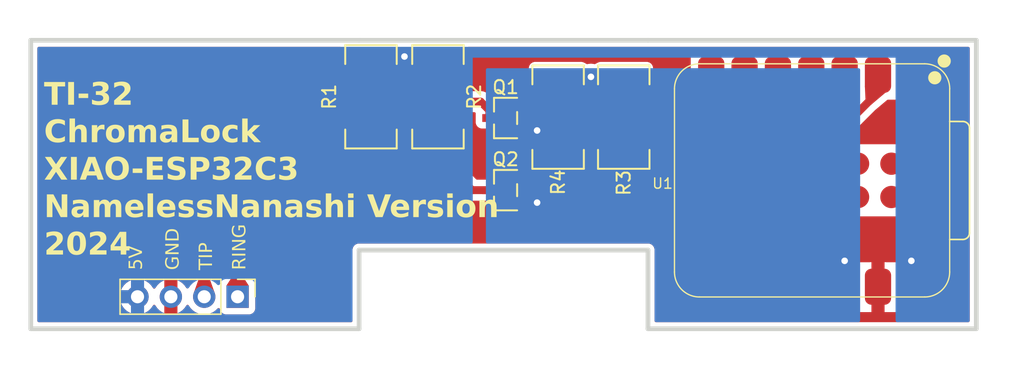
<source format=kicad_pcb>
(kicad_pcb (version 20240108) (generator "pcbnew") (generator_version "8.0")
  (layers (0 "F.Cu" signal) (31 "B.Cu" signal) (34 "B.Paste" user) (35 "F.Paste" user) (36 "B.SilkS" user "B.Silkscreen") (37 "F.SilkS" user "F.Silkscreen") (38 "B.Mask" user) (39 "F.Mask" user) (44 "Edge.Cuts" user))
  (net 0 "")
  (net 1 "RING")
  (net 2 "TIP")
  (net 3 "RING_GPIO")
  (net 4 "TIP_GPIO")
  (net 5 "+5V")
  (net 6 "+3.3V")
  (net 7 "GND")
  (footprint "easyeda2kicad:SOT-23-3_L2.9-W1.6-P1.90-LS2.8-BR" (layer "F.Cu") (at 121.5 58)
    (property "Reference" "Q1" (at 0 -2.35 0) (layer "F.SilkS"))
    (property "Value" "MMBF170")
    (fp_line (start -0.88 -1.54) (end -0.88 -0.49) (stroke (width 0.15)) (layer "F.SilkS"))
    (fp_line (start -0.88 1.54) (end -0.88 0.49) (stroke (width 0.15)) (layer "F.SilkS"))
    (fp_line (start 0.88 -1.54) (end -0.88 -1.54) (stroke (width 0.15)) (layer "F.SilkS"))
    (fp_line (start 0.88 -0.46) (end 0.88 0.46) (stroke (width 0.15)) (layer "F.SilkS"))
    (fp_line (start 0.88 1.54) (end -0.88 1.54) (stroke (width 0.15)) (layer "F.SilkS"))
    (pad "1" smd rect (at 1.24 0.95) (size 1.07 0.6) (layers "F.Cu" "F.Paste" "F.Mask") (net 6 "+3.3V"))
    (pad "2" smd rect (at 1.24 -0.95) (size 1.07 0.6) (layers "F.Cu" "F.Paste" "F.Mask") (net 4 "TIP_GPIO"))
    (pad "3" smd rect (at -1.24 0) (size 1.07 0.6) (layers "F.Cu" "F.Paste" "F.Mask") (net 2 "TIP"))
  )
  (footprint "Connector_PinHeader_2.54mm:PinHeader_1x04_P2.54mm_Vertical" (layer "F.Cu") (at 101.092 71.628 -90)
    (property "Reference" "J1" (hide yes))
    (property "Value" "Conn_01x04" (hide yes))
    (fp_line (start -1.33 8.95) (end 1.33 8.95) (stroke (width 0.12)) (layer "F.SilkS"))
    (fp_line (start -1.33 1.27) (end -1.33 8.95) (stroke (width 0.12)) (layer "F.SilkS"))
    (fp_line (start -1.33 1.27) (end 1.33 1.27) (stroke (width 0.12)) (layer "F.SilkS"))
    (fp_line (start 1.33 1.27) (end 1.33 8.95) (stroke (width 0.12)) (layer "F.SilkS"))
    (fp_line (start -1.33 0) (end -1.33 -1.33) (stroke (width 0.12)) (layer "F.SilkS"))
    (fp_line (start -1.33 -1.33) (end 0 -1.33) (stroke (width 0.12)) (layer "F.SilkS"))
    (pad "1" thru_hole rect (at 0 0 270) (size 1.7 1.7) (drill 1) (layers "*.Cu" "*.Mask") (net 1 "RING"))
    (pad "2" thru_hole oval (at 0 2.54 270) (size 1.7 1.7) (drill 1) (layers "*.Cu" "*.Mask") (net 2 "TIP"))
    (pad "3" thru_hole oval (at 0 5.08 270) (size 1.7 1.7) (drill 1) (layers "*.Cu" "*.Mask") (net 7 "GND"))
    (pad "4" thru_hole oval (at 0 7.62 270) (size 1.7 1.7) (drill 1) (layers "*.Cu" "*.Mask") (net 5 "+5V"))
  )
  (footprint "easyeda2kicad:R2512" (layer "F.Cu") (at 125.5 57.93 90)
    (property "Reference" "R4" (at -4.97 0 90) (layer "F.SilkS"))
    (property "Value" "FRC2512F1001TS")
    (fp_line (start 3.94 -1.96) (end 2.5 -1.96) (stroke (width 0.15)) (layer "F.SilkS"))
    (fp_line (start -3.94 -1.96) (end -2.5 -1.96) (stroke (width 0.15)) (layer "F.SilkS"))
    (fp_line (start 3.94 1.96) (end 3.94 -1.96) (stroke (width 0.15)) (layer "F.SilkS"))
    (fp_line (start 2.5 1.96) (end 3.94 1.96) (stroke (width 0.15)) (layer "F.SilkS"))
    (fp_line (start -2.5 1.96) (end -3.94 1.96) (stroke (width 0.15)) (layer "F.SilkS"))
    (fp_line (start -3.94 1.96) (end -3.94 -1.96) (stroke (width 0.15)) (layer "F.SilkS"))
    (pad "1" smd rect (at -3.07 0 90) (size 1.28 3.46) (layers "F.Cu" "F.Paste" "F.Mask") (net 3 "RING_GPIO"))
    (pad "2" smd rect (at 3.07 0 90) (size 1.28 3.46) (layers "F.Cu" "F.Paste" "F.Mask") (net 6 "+3.3V"))
  )
  (footprint "easyeda2kicad:R2512" (layer "F.Cu") (at 116.35 56.38 90)
    (property "Reference" "R2" (at 0 2.76 90) (layer "F.SilkS"))
    (property "Value" "FRC2512F1001TS")
    (fp_line (start 3.94 -1.96) (end 2.5 -1.96) (stroke (width 0.15)) (layer "F.SilkS"))
    (fp_line (start -3.94 -1.96) (end -2.5 -1.96) (stroke (width 0.15)) (layer "F.SilkS"))
    (fp_line (start 3.94 1.96) (end 3.94 -1.96) (stroke (width 0.15)) (layer "F.SilkS"))
    (fp_line (start 2.5 1.96) (end 3.94 1.96) (stroke (width 0.15)) (layer "F.SilkS"))
    (fp_line (start -2.5 1.96) (end -3.94 1.96) (stroke (width 0.15)) (layer "F.SilkS"))
    (fp_line (start -3.94 1.96) (end -3.94 -1.96) (stroke (width 0.15)) (layer "F.SilkS"))
    (pad "1" smd rect (at -3.07 0 90) (size 1.28 3.46) (layers "F.Cu" "F.Paste" "F.Mask") (net 1 "RING"))
    (pad "2" smd rect (at 3.07 0 90) (size 1.28 3.46) (layers "F.Cu" "F.Paste" "F.Mask") (net 5 "+5V"))
  )
  (footprint "Seeed_Studio_XIAO_Series:XIAO-ESP32-C6-SMD" (layer "F.Cu") (at 134.28 53.866 -90)
    (property "Reference" "U1" (at 9.584 1.68 180) (layer "F.SilkS") (effects (font (size 0.78232 0.78232) (thickness 0.10668)) (justify left bottom)))
    (property "Value" "XIAO-ESP32-S3-SMD")
    (fp_line (start 1.905 -0.082) (end 15.875 -0.082) (stroke (width 0.1)) (layer "F.SilkS"))
    (fp_line (start 0 -1.987) (end 0 -19.132) (stroke (width 0.1)) (layer "F.SilkS"))
    (fp_line (start 17.78 -1.987) (end 17.78 -19.132) (stroke (width 0.1)) (layer "F.SilkS"))
    (fp_line (start 4.395 -21.037) (end 4.398728 -22.047272) (stroke (width 0.127)) (layer "F.SilkS"))
    (fp_line (start 15.875 -21.037) (end 1.905 -21.037) (stroke (width 0.1)) (layer "F.SilkS"))
    (fp_line (start 13.394 -22.047) (end 13.394 -21.037) (stroke (width 0.127)) (layer "F.SilkS"))
    (fp_line (start 4.898728 -22.547) (end 12.894 -22.547) (stroke (width 0.127)) (layer "F.SilkS"))
    (fp_arc (start 1.905 -0.082) (mid 0.557962 -0.639962) (end 0 -1.987) (stroke (width 0.1)) (layer "F.SilkS"))
    (fp_arc (start 17.78 -1.987) (mid 17.222038 -0.639962) (end 15.875 -0.082) (stroke (width 0.1)) (layer "F.SilkS"))
    (fp_arc (start 0 -19.136) (mid 0.557962 -20.483038) (end 1.905 -21.041) (stroke (width 0.1)) (layer "F.SilkS"))
    (fp_arc (start 15.875 -21.037) (mid 17.222038 -20.479038) (end 17.78 -19.132) (stroke (width 0.1)) (layer "F.SilkS"))
    (fp_arc (start 4.398728 -22.047272) (mid 4.545276 -22.400644) (end 4.898728 -22.547) (stroke (width 0.127)) (layer "F.SilkS"))
    (fp_arc (start 12.894 -22.547) (mid 13.247553 -22.400553) (end 13.394 -22.047) (stroke (width 0.127)) (layer "F.SilkS"))
    (fp_circle (center 1.064 -19.904) (end 1.064 -20.158) (stroke (width 0.5)) (fill solid) (layer "F.SilkS"))
    (fp_circle (center -0.21 -20.621) (end -0.21 -20.875) (stroke (width 0.5)) (fill solid) (layer "F.SilkS"))
    (pad "1" smd roundrect (at 0.835 -18.12 270) (size 2.75 2) (layers "F.Cu" "F.Paste" "F.Mask"))
    (pad "2" smd roundrect (at 0.835 -15.58 270) (size 2.75 2) (layers "F.Cu" "F.Paste" "F.Mask") (net 4 "TIP_GPIO"))
    (pad "3" smd roundrect (at 0.835 -13.04 270) (size 2.75 2) (layers "F.Cu" "F.Paste" "F.Mask"))
    (pad "4" smd roundrect (at 0.835 -10.5 270) (size 2.75 2) (layers "F.Cu" "F.Paste" "F.Mask"))
    (pad "5" smd roundrect (at 0.835 -7.96 270) (size 2.75 2) (layers "F.Cu" "F.Paste" "F.Mask"))
    (pad "6" smd roundrect (at 0.835 -5.42 270) (size 2.75 2) (layers "F.Cu" "F.Paste" "F.Mask"))
    (pad "7" smd roundrect (at 0.835 -2.88 270) (size 2.75 2) (layers "F.Cu" "F.Paste" "F.Mask"))
    (pad "8" smd roundrect (at 17 -2.88 270) (size 2.75 2) (layers "F.Cu" "F.Paste" "F.Mask"))
    (pad "9" smd roundrect (at 17 -5.42 270) (size 2.75 2) (layers "F.Cu" "F.Paste" "F.Mask"))
    (pad "10" smd roundrect (at 17 -7.96 270) (size 2.75 2) (layers "F.Cu" "F.Paste" "F.Mask"))
    (pad "11" smd roundrect (at 17 -10.5 270) (size 2.75 2) (layers "F.Cu" "F.Paste" "F.Mask") (net 3 "RING_GPIO"))
    (pad "12" smd roundrect (at 17 -13.04 270) (size 2.75 2) (layers "F.Cu" "F.Paste" "F.Mask") (net 6 "+3.3V"))
    (pad "13" smd roundrect (at 17 -15.58 270) (size 2.75 2) (layers "F.Cu" "F.Paste" "F.Mask") (net 7 "GND"))
    (pad "14" smd roundrect (at 17 -18.12 270) (size 2.75 2) (layers "F.Cu" "F.Paste" "F.Mask") (net 5 "+5V"))
    (pad "15" smd roundrect (at 7.1086 -4.9683 180) (size 2.5 1.1) (layers "F.Cu" "F.Paste" "F.Mask"))
    (pad "16" smd roundrect (at 9.6486 -4.9683 180) (size 2.5 1.1) (layers "F.Cu" "F.Paste" "F.Mask"))
    (pad "17" smd circle (at 7.6166 -19.1415 270) (size 1.7 1.7) (layers "F.Cu" "F.Paste" "F.Mask"))
    (pad "18" smd circle (at 10.1566 -19.1415 270) (size 1.7 1.7) (layers "F.Cu" "F.Paste" "F.Mask"))
    (pad "19" smd circle (at 7.6166 -16.6015 270) (size 1.7 1.7) (layers "F.Cu" "F.Paste" "F.Mask"))
    (pad "20" smd circle (at 10.1566 -16.6015 270) (size 1.7 1.7) (layers "F.Cu" "F.Paste" "F.Mask"))
    (pad "21" smd circle (at 7.6166 -14.0615 270) (size 1.7 1.7) (layers "F.Cu" "F.Paste" "F.Mask"))
    (pad "22" smd circle (at 10.1566 -14.0615 270) (size 1.7 1.7) (layers "F.Cu" "F.Paste" "F.Mask"))
    (pad "23" smd circle (at 7.6166 -11.5215 270) (size 1.7 1.7) (layers "F.Cu" "F.Paste" "F.Mask"))
    (pad "24" smd circle (at 10.064 -11.5783 270) (size 1.7 1.7) (layers "F.Cu" "F.Paste" "F.Mask"))
  )
  (footprint "easyeda2kicad:R2512" (layer "F.Cu") (at 130.5 57.93 90)
    (property "Reference" "R3" (at -5.02 0 90) (layer "F.SilkS"))
    (property "Value" "FRC2512F1001TS")
    (fp_line (start 3.94 -1.96) (end 2.5 -1.96) (stroke (width 0.15)) (layer "F.SilkS"))
    (fp_line (start -3.94 -1.96) (end -2.5 -1.96) (stroke (width 0.15)) (layer "F.SilkS"))
    (fp_line (start 3.94 1.96) (end 3.94 -1.96) (stroke (width 0.15)) (layer "F.SilkS"))
    (fp_line (start 2.5 1.96) (end 3.94 1.96) (stroke (width 0.15)) (layer "F.SilkS"))
    (fp_line (start -2.5 1.96) (end -3.94 1.96) (stroke (width 0.15)) (layer "F.SilkS"))
    (fp_line (start -3.94 1.96) (end -3.94 -1.96) (stroke (width 0.15)) (layer "F.SilkS"))
    (pad "1" smd rect (at -3.07 0 90) (size 1.28 3.46) (layers "F.Cu" "F.Paste" "F.Mask") (net 4 "TIP_GPIO"))
    (pad "2" smd rect (at 3.07 0 90) (size 1.28 3.46) (layers "F.Cu" "F.Paste" "F.Mask") (net 6 "+3.3V"))
  )
  (footprint "easyeda2kicad:SOT-23-3_L2.9-W1.6-P1.90-LS2.8-BR" (layer "F.Cu") (at 121.5 63.5)
    (property "Reference" "Q2" (at 0 -2.35 0) (layer "F.SilkS"))
    (property "Value" "MMBF170")
    (fp_line (start -0.88 -1.54) (end -0.88 -0.49) (stroke (width 0.15)) (layer "F.SilkS"))
    (fp_line (start -0.88 1.54) (end -0.88 0.49) (stroke (width 0.15)) (layer "F.SilkS"))
    (fp_line (start 0.88 -1.54) (end -0.88 -1.54) (stroke (width 0.15)) (layer "F.SilkS"))
    (fp_line (start 0.88 -0.46) (end 0.88 0.46) (stroke (width 0.15)) (layer "F.SilkS"))
    (fp_line (start 0.88 1.54) (end -0.88 1.54) (stroke (width 0.15)) (layer "F.SilkS"))
    (pad "1" smd rect (at 1.24 0.95) (size 1.07 0.6) (layers "F.Cu" "F.Paste" "F.Mask") (net 6 "+3.3V"))
    (pad "2" smd rect (at 1.24 -0.95) (size 1.07 0.6) (layers "F.Cu" "F.Paste" "F.Mask") (net 3 "RING_GPIO"))
    (pad "3" smd rect (at -1.24 0) (size 1.07 0.6) (layers "F.Cu" "F.Paste" "F.Mask") (net 1 "RING"))
  )
  (footprint "easyeda2kicad:R2512" (layer "F.Cu") (at 111.25 56.38 90)
    (property "Reference" "R1" (at 0 -3.18 90) (layer "F.SilkS"))
    (property "Value" "FRC2512F1001TS")
    (fp_line (start 3.94 -1.96) (end 2.5 -1.96) (stroke (width 0.15)) (layer "F.SilkS"))
    (fp_line (start -3.94 -1.96) (end -2.5 -1.96) (stroke (width 0.15)) (layer "F.SilkS"))
    (fp_line (start 3.94 1.96) (end 3.94 -1.96) (stroke (width 0.15)) (layer "F.SilkS"))
    (fp_line (start 2.5 1.96) (end 3.94 1.96) (stroke (width 0.15)) (layer "F.SilkS"))
    (fp_line (start -2.5 1.96) (end -3.94 1.96) (stroke (width 0.15)) (layer "F.SilkS"))
    (fp_line (start -3.94 1.96) (end -3.94 -1.96) (stroke (width 0.15)) (layer "F.SilkS"))
    (pad "1" smd rect (at -3.07 0 90) (size 1.28 3.46) (layers "F.Cu" "F.Paste" "F.Mask") (net 2 "TIP"))
    (pad "2" smd rect (at 3.07 0 90) (size 1.28 3.46) (layers "F.Cu" "F.Paste" "F.Mask") (net 5 "+5V"))
  )
  (gr_line (start 110.344021 74.070204) (end 110.344021 68.070051) (stroke (width 0.35738)) (layer "Edge.Cuts"))
  (gr_line (start 132.344233 74.070204) (end 157.344263 74.070204) (stroke (width 0.35738)) (layer "Edge.Cuts"))
  (gr_line (start 157.344263 74.070204) (end 157.344263 52.07) (stroke (width 0.35738)) (layer "Edge.Cuts"))
  (gr_line (start 132.344233 68.070051) (end 132.344233 74.070204) (stroke (width 0.35738)) (layer "Edge.Cuts"))
  (gr_line (start 110.344013 52.07) (end 85.344 52.07) (stroke (width 0.35738)) (layer "Edge.Cuts"))
  (gr_line (start 85.344 52.07) (end 85.344 74.070204) (stroke (width 0.35738)) (layer "Edge.Cuts"))
  (gr_line (start 85.344 74.070204) (end 110.344021 74.070204) (stroke (width 0.35738)) (layer "Edge.Cuts"))
  (gr_line (start 132.344217 52.07) (end 110.344013 52.07) (stroke (width 0.35738)) (layer "Edge.Cuts"))
  (gr_line (start 157.344263 52.07) (end 132.344217 52.07) (stroke (width 0.35738)) (layer "Edge.Cuts"))
  (gr_line (start 110.344021 68.070051) (end 132.344233 68.070051) (stroke (width 0.35738)) (layer "Edge.Cuts"))
  (gr_text "RING" (at 101.854 69.596 90) (layer "F.SilkS") (effects (font (size 1 1)) (justify left bottom)))
  (gr_text "GND" (at 96.774 69.596 90) (layer "F.SilkS") (effects (font (size 1 1)) (justify left bottom)))
  (gr_text "TIP\n" (at 99.314 69.596 90) (layer "F.SilkS") (effects (font (size 1 1)) (justify left bottom)))
  (gr_text "5V" (at 93.98 69.596 90) (layer "F.SilkS") (effects (font (size 1 1)) (justify left bottom)))
  (gr_text "TI-32\nChromaLock\nXIAO-ESP32C3\nNamelessNanashi Version\n2024" (at 86.35 68.7 0) (layer "F.SilkS") (effects (font (size 1.7 1.7) (thickness 0.2) (bold yes)) (justify left bottom)))
  (segment (start 101.092 69.558) (end 101.092 71.628) (width 0.6) (layer "F.Cu") (net 1))
  (segment (start 118.95 63.5) (end 116.35 60.9) (width 0.6) (layer "F.Cu") (net 1))
  (segment (start 106.35 64.3) (end 101.092 69.558) (width 0.6) (layer "F.Cu") (net 1))
  (segment (start 116.35 60.9) (end 112.95 64.3) (width 0.6) (layer "F.Cu") (net 1))
  (segment (start 116.35 59.45) (end 116.35 60.9) (width 0.6) (layer "F.Cu") (net 1))
  (segment (start 112.95 64.3) (end 106.35 64.3) (width 0.6) (layer "F.Cu") (net 1))
  (segment (start 120.26 63.5) (end 118.95 63.5) (width 0.6) (layer "F.Cu") (net 1))
  (segment (start 119.6 56.75) (end 112.55 56.75) (width 0.6) (layer "F.Cu") (net 2))
  (segment (start 120.26 58) (end 120.26 57.41) (width 0.6) (layer "F.Cu") (net 2))
  (segment (start 111.25 58.05) (end 111.25 59.45) (width 0.6) (layer "F.Cu") (net 2))
  (segment (start 98.552 67.648) (end 106.75 59.45) (width 0.6) (layer "F.Cu") (net 2))
  (segment (start 120.26 57.41) (end 119.6 56.75) (width 0.6) (layer "F.Cu") (net 2))
  (segment (start 98.552 67.648) (end 98.552 71.628) (width 0.6) (layer "F.Cu") (net 2))
  (segment (start 106.75 59.45) (end 111.25 59.45) (width 0.6) (layer "F.Cu") (net 2))
  (segment (start 112.55 56.75) (end 111.25 58.05) (width 0.6) (layer "F.Cu") (net 2))
  (segment (start 140.789 65.5) (end 144.78 69.491) (width 0.6) (layer "F.Cu") (net 3))
  (segment (start 130 65.5) (end 140.789 65.5) (width 0.6) (layer "F.Cu") (net 3))
  (segment (start 122.74 61.51) (end 123.25 61) (width 0.6) (layer "F.Cu") (net 3))
  (segment (start 122.74 62.55) (end 122.74 61.51) (width 0.6) (layer "F.Cu") (net 3))
  (segment (start 125.5 61) (end 130 65.5) (width 0.6) (layer "F.Cu") (net 3))
  (segment (start 123.25 61) (end 125.5 61) (width 0.6) (layer "F.Cu") (net 3))
  (segment (start 144.78 69.491) (end 144.78 70.866) (width 0.6) (layer "F.Cu") (net 3))
  (segment (start 130.5 61) (end 126.55 57.05) (width 0.6) (layer "F.Cu") (net 4))
  (segment (start 135.3 58.2) (end 147.7 58.2) (width 0.6) (layer "F.Cu") (net 4))
  (segment (start 132.5 61) (end 135.3 58.2) (width 0.6) (layer "F.Cu") (net 4))
  (segment (start 130.5 61) (end 132.5 61) (width 0.6) (layer "F.Cu") (net 4))
  (segment (start 149.86 56.04) (end 149.86 54.701) (width 0.6) (layer "F.Cu") (net 4))
  (segment (start 126.55 57.05) (end 122.74 57.05) (width 0.6) (layer "F.Cu") (net 4))
  (segment (start 147.7 58.2) (end 149.86 56.04) (width 0.6) (layer "F.Cu") (net 4))
  (segment (start 111.25 53.31) (end 113.8 53.31) (width 0.6) (layer "F.Cu") (net 5))
  (segment (start 116.34 53) (end 116.35 53.01) (width 0.6) (layer "F.Cu") (net 5))
  (segment (start 116.35 53.31) (end 113.8 53.31) (width 0.6) (layer "F.Cu") (net 5))
  (segment (start 152.4 68.89) (end 152.4 70.866) (width 0.6) (layer "F.Cu") (net 5))
  (segment (start 111.26 53) (end 111.25 53.01) (width 0.6) (layer "F.Cu") (net 5))
  (via (at 113.8 53.31) (size 1) (drill 0.5) (layers "F.Cu" "B.Cu") (net 5))
  (via (at 152.4 68.89) (size 1) (drill 0.5) (layers "F.Cu" "B.Cu") (net 5))
  (segment (start 147.32 68.89) (end 147.32 70.866) (width 0.6) (layer "F.Cu") (net 6))
  (segment (start 123.9 64.45) (end 122.74 64.45) (width 0.6) (layer "F.Cu") (net 6))
  (segment (start 122.74 58.95) (end 123.9 58.95) (width 0.6) (layer "F.Cu") (net 6))
  (segment (start 128 54.86) (end 130.5 54.86) (width 0.6) (layer "F.Cu") (net 6))
  (segment (start 125.5 54.86) (end 128 54.86) (width 0.6) (layer "F.Cu") (net 6))
  (via (at 147.32 68.89) (size 1) (drill 0.5) (layers "F.Cu" "B.Cu") (net 6))
  (via (at 123.9 58.95) (size 1) (drill 0.5) (layers "F.Cu" "B.Cu") (net 6))
  (via (at 128 54.86) (size 1) (drill 0.5) (layers "F.Cu" "B.Cu") (net 6))
  (via (at 123.9 64.45) (size 1) (drill 0.5) (layers "F.Cu" "B.Cu") (net 6))
  (segment (start 149.86 70.866) (end 149.86 66.46) (width 1) (layer "F.Cu") (net 7))
  (segment (start 149.86 70.866) (end 149.86 73.060204) (width 1) (layer "F.Cu") (net 7))
  (zone (net 0) (net_name "") (layer "F.Cu") (connect_pads (clearance 0)) (min_thickness 0.25)
    (keepout (tracks allowed) (vias allowed) (pads allowed) (copperpour not_allowed) (footprints allowed))
    (fill (thermal_gap 0.5) (thermal_bridge_width 0.5))
    (polygon (pts (xy 135.6 69) (xy 135.6 72.8) (xy 153.9 72.8) (xy 153.9 69)))
  )
  (zone (net 0) (net_name "") (layer "F.Cu") (connect_pads (clearance 0)) (min_thickness 0.25)
    (keepout (tracks allowed) (vias allowed) (pads allowed) (copperpour not_allowed) (footprints allowed))
    (fill (thermal_gap 0.5) (thermal_bridge_width 0.5))
    (polygon (pts (xy 135.6 52.8) (xy 135.6 56.6) (xy 153.9 56.6) (xy 153.9 52.8)))
  )
  (zone (net 7) (net_name "GND") (layer "F.Cu") (priority 1) (connect_pads (clearance 0.5)) (min_thickness 0.2) (fill yes (thermal_gap 0.5) (thermal_bridge_width 1) (island_removal_mode 1) (island_area_min 10))
    (polygon (pts (xy 159 76) (xy 159 50) (xy 83 50) (xy 83 76)))
  )
  (zone (net 0) (net_name "") (layer "F.Cu") (connect_pads (clearance 0)) (min_thickness 0.25)
    (keepout (tracks allowed) (vias allowed) (pads allowed) (copperpour not_allowed) (footprints allowed))
    (fill (thermal_gap 0.5) (thermal_bridge_width 0.5))
    (polygon (pts (xy 155 60) (xy 155 65.5) (xy 144 65.5) (xy 144 60)))
  )
  (zone (net 0) (net_name "") (layer "F.Cu") (connect_pads (clearance 0)) (min_thickness 0.25)
    (keepout (tracks allowed) (vias allowed) (pads allowed) (copperpour not_allowed) (footprints allowed))
    (fill (thermal_gap 0.5) (thermal_bridge_width 0.5))
    (polygon (pts (xy 137.5 59.9) (xy 137.5 64.7) (xy 141 64.7) (xy 141 59.9)))
  )
  (zone (net 5) (net_name "+5V") (layer "B.Cu") (priority 1) (connect_pads (clearance 0.5)) (min_thickness 0.25) (fill yes (thermal_gap 0.5) (thermal_bridge_width 1))
    (polygon (pts (xy 84 77) (xy 84 49) (xy 161 49) (xy 161 76.635) (xy 151.2 76.635) (xy 151.2 53.4) (xy 119 53.4) (xy 119 77)))
  )
  (zone (net 6) (net_name "+3.3V") (layer "B.Cu") (priority 2) (connect_pads (clearance 0.5)) (min_thickness 0.25) (fill yes (thermal_gap 0.5) (thermal_bridge_width 1))
    (polygon (pts (xy 148.5 77) (xy 120 77) (xy 120 54.2) (xy 148.5 54.2)))
  )
)
</source>
